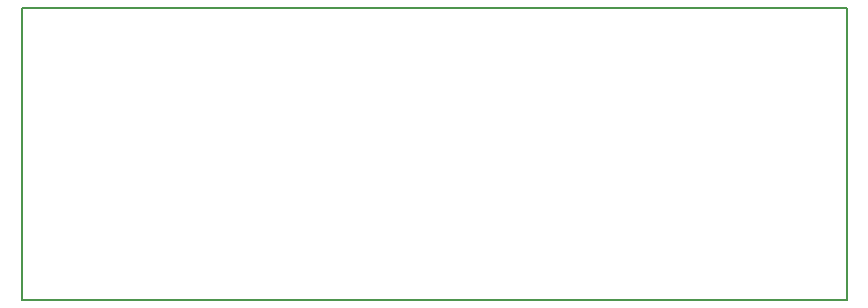
<source format=gbr>
G04 #@! TF.FileFunction,Profile,NP*
%FSLAX46Y46*%
G04 Gerber Fmt 4.6, Leading zero omitted, Abs format (unit mm)*
G04 Created by KiCad (PCBNEW 4.0.2+dfsg1-stable) date Fri 06 Oct 2017 12:43:40 PM EEST*
%MOMM*%
G01*
G04 APERTURE LIST*
%ADD10C,0.100000*%
%ADD11C,0.150000*%
G04 APERTURE END LIST*
D10*
D11*
X91376500Y-81216500D02*
X91376500Y-79121000D01*
X127508000Y-81216500D02*
X91376500Y-81216500D01*
X127508000Y-56515000D02*
X91376500Y-56515000D01*
X161226500Y-56515000D02*
X127508000Y-56515000D01*
X161226500Y-81216500D02*
X127508000Y-81216500D01*
X161226500Y-56515000D02*
X161226500Y-81216500D01*
X91376500Y-79121000D02*
X91376500Y-56515000D01*
M02*

</source>
